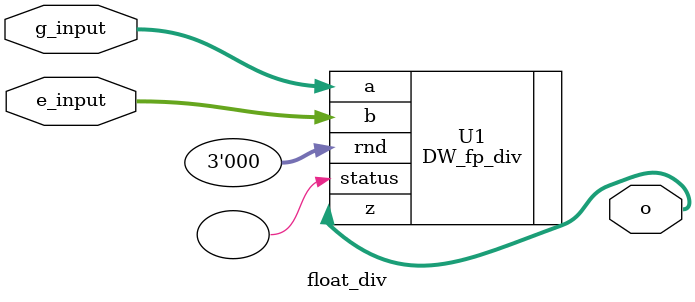
<source format=v>
`timescale 1ns / 1ps

module float_div(g_input, e_input, o);
  parameter sig_width = 23;
  parameter exp_width = 8;
  parameter ieee_compliance = 0;

  input  [sig_width+exp_width:0] g_input;
  input  [sig_width+exp_width:0] e_input;
  output [sig_width+exp_width:0] o;

  // Instance of DW_fp_div
  // more info: https://www.synopsys.com/dw/ipdir.php?c=DW_fp_div
  DW_fp_div
  #(
    sig_width,
    exp_width,
    ieee_compliance
  )
  U1
  (
    .a(g_input),
    .b(e_input),
    .rnd(3'b0), // rounding mode
    .z(o),
    .status()
  );

endmodule

</source>
